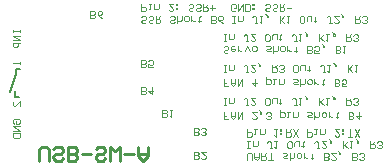
<source format=gbo>
G04*
G04 #@! TF.GenerationSoftware,Altium Limited,Altium Designer,24.1.2 (44)*
G04*
G04 Layer_Color=13813960*
%FSLAX25Y25*%
%MOIN*%
G70*
G04*
G04 #@! TF.SameCoordinates,0CAF7D85-E977-4B9D-9D86-D71ED8E1370B*
G04*
G04*
G04 #@! TF.FilePolarity,Positive*
G04*
G01*
G75*
%ADD12C,0.00591*%
%ADD13C,0.00472*%
%ADD61C,0.00866*%
D12*
X4301Y24928D02*
X5679D01*
X4498Y34174D02*
X5876D01*
X2589Y26509D02*
X4498Y32546D01*
Y34174D01*
X4301Y24928D02*
Y26909D01*
D13*
X75275Y39852D02*
X74882Y39458D01*
X74094D01*
X73701Y39852D01*
Y40245D01*
X74094Y40639D01*
X74882D01*
X75275Y41032D01*
Y41426D01*
X74882Y41820D01*
X74094D01*
X73701Y41426D01*
X77243Y41820D02*
X76456D01*
X76062Y41426D01*
Y40639D01*
X76456Y40245D01*
X77243D01*
X77636Y40639D01*
Y41032D01*
X76062D01*
X78424Y40245D02*
Y41820D01*
Y41032D01*
X78817Y40639D01*
X79211Y40245D01*
X79604D01*
X80785D02*
X81572Y41820D01*
X82359Y40245D01*
X83540Y41820D02*
X84327D01*
X84721Y41426D01*
Y40639D01*
X84327Y40245D01*
X83540D01*
X83147Y40639D01*
Y41426D01*
X83540Y41820D01*
X87869D02*
X89050D01*
X89444Y41426D01*
X89050Y41032D01*
X88263D01*
X87869Y40639D01*
X88263Y40245D01*
X89444D01*
X90231Y39458D02*
Y41820D01*
Y40639D01*
X90624Y40245D01*
X91412D01*
X91805Y40639D01*
Y41820D01*
X92986D02*
X93773D01*
X94167Y41426D01*
Y40639D01*
X93773Y40245D01*
X92986D01*
X92592Y40639D01*
Y41426D01*
X92986Y41820D01*
X94954Y40245D02*
Y41820D01*
Y41032D01*
X95347Y40639D01*
X95741Y40245D01*
X96135D01*
X97709Y39852D02*
Y40245D01*
X97315D01*
X98102D01*
X97709D01*
Y41426D01*
X98102Y41820D01*
X101645Y39458D02*
Y41820D01*
X102825D01*
X103219Y41426D01*
Y41032D01*
X102825Y40639D01*
X101645D01*
X102825D01*
X103219Y40245D01*
Y39852D01*
X102825Y39458D01*
X101645D01*
X105580D02*
X104006D01*
Y40639D01*
X104793Y40245D01*
X105187D01*
X105580Y40639D01*
Y41426D01*
X105187Y41820D01*
X104400D01*
X104006Y41426D01*
X106761Y42213D02*
X107155Y41820D01*
Y41426D01*
X106761D01*
Y41820D01*
X107155D01*
X106761Y42213D01*
X106367Y42607D01*
X111090Y39458D02*
Y41820D01*
X112271D01*
X112665Y41426D01*
Y41032D01*
X112271Y40639D01*
X111090D01*
X112271D01*
X112665Y40245D01*
Y39852D01*
X112271Y39458D01*
X111090D01*
X113452Y41820D02*
X114239D01*
X113845D01*
Y39458D01*
X113452Y39852D01*
X73701Y43426D02*
X74488D01*
X74094D01*
Y45787D01*
X73701D01*
X74488D01*
X75669D02*
Y44213D01*
X76849D01*
X77243Y44607D01*
Y45787D01*
X81966Y43426D02*
X81179D01*
X81572D01*
Y45394D01*
X81179Y45787D01*
X80785D01*
X80392Y45394D01*
X84327Y45787D02*
X82753D01*
X84327Y44213D01*
Y43819D01*
X83934Y43426D01*
X83147D01*
X82753Y43819D01*
X88657Y43426D02*
X87869D01*
X87476Y43819D01*
Y45394D01*
X87869Y45787D01*
X88657D01*
X89050Y45394D01*
Y43819D01*
X88657Y43426D01*
X89837Y44213D02*
Y45394D01*
X90231Y45787D01*
X91412D01*
Y44213D01*
X92592Y43819D02*
Y44213D01*
X92199D01*
X92986D01*
X92592D01*
Y45394D01*
X92986Y45787D01*
X98102Y43426D02*
X97315D01*
X97709D01*
Y45394D01*
X97315Y45787D01*
X96922D01*
X96528Y45394D01*
X98889Y45787D02*
X99677D01*
X99283D01*
Y43426D01*
X98889Y43819D01*
X101251Y46181D02*
X101645Y45787D01*
Y45394D01*
X101251D01*
Y45787D01*
X101645D01*
X101251Y46181D01*
X100857Y46574D01*
X105580Y43426D02*
Y45787D01*
Y45000D01*
X107155Y43426D01*
X105974Y44607D01*
X107155Y45787D01*
X107942D02*
X108729D01*
X108335D01*
Y43426D01*
X107942Y43819D01*
X110303Y46181D02*
X110697Y45787D01*
Y45394D01*
X110303D01*
Y45787D01*
X110697D01*
X110303Y46181D01*
X109909Y46574D01*
X114632Y45787D02*
Y43426D01*
X115813D01*
X116207Y43819D01*
Y44607D01*
X115813Y45000D01*
X114632D01*
X115420D02*
X116207Y45787D01*
X116994Y43819D02*
X117387Y43426D01*
X118175D01*
X118568Y43819D01*
Y44213D01*
X118175Y44607D01*
X117781D01*
X118175D01*
X118568Y45000D01*
Y45394D01*
X118175Y45787D01*
X117387D01*
X116994Y45394D01*
X75275Y28435D02*
X73701D01*
Y29616D01*
X74488D01*
X73701D01*
Y30797D01*
X76062D02*
Y29222D01*
X76849Y28435D01*
X77636Y29222D01*
Y30797D01*
Y29616D01*
X76062D01*
X78424Y30797D02*
Y28435D01*
X79998Y30797D01*
Y28435D01*
X84327Y30797D02*
Y28435D01*
X83147Y29616D01*
X84721D01*
X87869Y31584D02*
Y29222D01*
X89050D01*
X89444Y29616D01*
Y30403D01*
X89050Y30797D01*
X87869D01*
X90231D02*
X91018D01*
X90624D01*
Y29222D01*
X90231D01*
X92199Y30797D02*
Y29222D01*
X93379D01*
X93773Y29616D01*
Y30797D01*
X96922D02*
X98102D01*
X98496Y30403D01*
X98102Y30010D01*
X97315D01*
X96922Y29616D01*
X97315Y29222D01*
X98496D01*
X99283Y28435D02*
Y30797D01*
Y29616D01*
X99677Y29222D01*
X100464D01*
X100857Y29616D01*
Y30797D01*
X102038D02*
X102825D01*
X103219Y30403D01*
Y29616D01*
X102825Y29222D01*
X102038D01*
X101645Y29616D01*
Y30403D01*
X102038Y30797D01*
X104006Y29222D02*
Y30797D01*
Y30010D01*
X104400Y29616D01*
X104793Y29222D01*
X105187D01*
X106761Y28829D02*
Y29222D01*
X106367D01*
X107155D01*
X106761D01*
Y30403D01*
X107155Y30797D01*
X110697Y28435D02*
Y30797D01*
X111877D01*
X112271Y30403D01*
Y30010D01*
X111877Y29616D01*
X110697D01*
X111877D01*
X112271Y29222D01*
Y28829D01*
X111877Y28435D01*
X110697D01*
X114632D02*
X113058D01*
Y29616D01*
X113845Y29222D01*
X114239D01*
X114632Y29616D01*
Y30403D01*
X114239Y30797D01*
X113452D01*
X113058Y30403D01*
X73701Y33190D02*
X74488D01*
X74094D01*
Y35551D01*
X73701D01*
X74488D01*
X75669D02*
Y33977D01*
X76849D01*
X77243Y34371D01*
Y35551D01*
X81966Y33190D02*
X81179D01*
X81572D01*
Y35158D01*
X81179Y35551D01*
X80785D01*
X80392Y35158D01*
X84327Y35551D02*
X82753D01*
X84327Y33977D01*
Y33584D01*
X83934Y33190D01*
X83147D01*
X82753Y33584D01*
X85508Y35945D02*
X85902Y35551D01*
Y35158D01*
X85508D01*
Y35551D01*
X85902D01*
X85508Y35945D01*
X85114Y36339D01*
X89837Y35551D02*
Y33190D01*
X91018D01*
X91412Y33584D01*
Y34371D01*
X91018Y34764D01*
X89837D01*
X90624D02*
X91412Y35551D01*
X92199Y33584D02*
X92592Y33190D01*
X93379D01*
X93773Y33584D01*
Y33977D01*
X93379Y34371D01*
X92986D01*
X93379D01*
X93773Y34764D01*
Y35158D01*
X93379Y35551D01*
X92592D01*
X92199Y35158D01*
X98102Y33190D02*
X97315D01*
X96922Y33584D01*
Y35158D01*
X97315Y35551D01*
X98102D01*
X98496Y35158D01*
Y33584D01*
X98102Y33190D01*
X99283Y33977D02*
Y35158D01*
X99677Y35551D01*
X100857D01*
Y33977D01*
X102038Y33584D02*
Y33977D01*
X101645D01*
X102432D01*
X102038D01*
Y35158D01*
X102432Y35551D01*
X107548Y33190D02*
X106761D01*
X107155D01*
Y35158D01*
X106761Y35551D01*
X106367D01*
X105974Y35158D01*
X108335Y35551D02*
X109122D01*
X108729D01*
Y33190D01*
X108335Y33584D01*
X110697Y35945D02*
X111090Y35551D01*
Y35158D01*
X110697D01*
Y35551D01*
X111090D01*
X110697Y35945D01*
X110303Y36339D01*
X115026Y33190D02*
Y35551D01*
Y34764D01*
X116600Y33190D01*
X115419Y34371D01*
X116600Y35551D01*
X117387D02*
X118175D01*
X117781D01*
Y33190D01*
X117387Y33584D01*
X47913Y49891D02*
X47519Y49498D01*
X46732D01*
X46339Y49891D01*
Y50285D01*
X46732Y50678D01*
X47519D01*
X47913Y51072D01*
Y51466D01*
X47519Y51859D01*
X46732D01*
X46339Y51466D01*
X50274Y49891D02*
X49881Y49498D01*
X49094D01*
X48700Y49891D01*
Y50285D01*
X49094Y50678D01*
X49881D01*
X50274Y51072D01*
Y51466D01*
X49881Y51859D01*
X49094D01*
X48700Y51466D01*
X51061Y51859D02*
Y49498D01*
X52242D01*
X52636Y49891D01*
Y50678D01*
X52242Y51072D01*
X51061D01*
X51849D02*
X52636Y51859D01*
X57359Y49891D02*
X56965Y49498D01*
X56178D01*
X55784Y49891D01*
Y50285D01*
X56178Y50678D01*
X56965D01*
X57359Y51072D01*
Y51466D01*
X56965Y51859D01*
X56178D01*
X55784Y51466D01*
X58146Y49498D02*
Y51859D01*
Y50678D01*
X58539Y50285D01*
X59326D01*
X59720Y50678D01*
Y51859D01*
X60901D02*
X61688D01*
X62081Y51466D01*
Y50678D01*
X61688Y50285D01*
X60901D01*
X60507Y50678D01*
Y51466D01*
X60901Y51859D01*
X62869Y50285D02*
Y51859D01*
Y51072D01*
X63262Y50678D01*
X63656Y50285D01*
X64049D01*
X65624Y49891D02*
Y50285D01*
X65230D01*
X66017D01*
X65624D01*
Y51466D01*
X66017Y51859D01*
X69559Y49498D02*
Y51859D01*
X70740D01*
X71134Y51466D01*
Y51072D01*
X70740Y50678D01*
X69559D01*
X70740D01*
X71134Y50285D01*
Y49891D01*
X70740Y49498D01*
X69559D01*
X73495D02*
X72708Y49891D01*
X71921Y50678D01*
Y51466D01*
X72314Y51859D01*
X73102D01*
X73495Y51466D01*
Y51072D01*
X73102Y50678D01*
X71921D01*
X76644Y49498D02*
X77431D01*
X77037D01*
Y51859D01*
X76644D01*
X77431D01*
X78612D02*
Y50285D01*
X79792D01*
X80186Y50678D01*
Y51859D01*
X84909Y49498D02*
X84122D01*
X84515D01*
Y51466D01*
X84122Y51859D01*
X83728D01*
X83334Y51466D01*
X85696Y51859D02*
X86483D01*
X86089D01*
Y49498D01*
X85696Y49891D01*
X88057Y52253D02*
X88451Y51859D01*
Y51466D01*
X88057D01*
Y51859D01*
X88451D01*
X88057Y52253D01*
X87664Y52646D01*
X92387Y49498D02*
Y51859D01*
Y51072D01*
X93961Y49498D01*
X92780Y50678D01*
X93961Y51859D01*
X94748D02*
X95535D01*
X95142D01*
Y49498D01*
X94748Y49891D01*
X100258Y49498D02*
X99471D01*
X99077Y49891D01*
Y51466D01*
X99471Y51859D01*
X100258D01*
X100652Y51466D01*
Y49891D01*
X100258Y49498D01*
X101439Y50285D02*
Y51466D01*
X101832Y51859D01*
X103013D01*
Y50285D01*
X104194Y49891D02*
Y50285D01*
X103800D01*
X104587D01*
X104194D01*
Y51466D01*
X104587Y51859D01*
X109704Y49498D02*
X108917D01*
X109310D01*
Y51466D01*
X108917Y51859D01*
X108523D01*
X108130Y51466D01*
X112065Y51859D02*
X110491D01*
X112065Y50285D01*
Y49891D01*
X111672Y49498D01*
X110885D01*
X110491Y49891D01*
X113246Y52253D02*
X113640Y51859D01*
Y51466D01*
X113246D01*
Y51859D01*
X113640D01*
X113246Y52253D01*
X112852Y52646D01*
X117575Y51859D02*
Y49498D01*
X118756D01*
X119150Y49891D01*
Y50678D01*
X118756Y51072D01*
X117575D01*
X118362D02*
X119150Y51859D01*
X119937Y49891D02*
X120330Y49498D01*
X121117D01*
X121511Y49891D01*
Y50285D01*
X121117Y50678D01*
X120724D01*
X121117D01*
X121511Y51072D01*
Y51466D01*
X121117Y51859D01*
X120330D01*
X119937Y51466D01*
X46339Y55827D02*
Y53465D01*
X47519D01*
X47913Y53859D01*
Y54646D01*
X47519Y55040D01*
X46339D01*
X48700Y55827D02*
X49487D01*
X49094D01*
Y54252D01*
X48700D01*
X50668Y55827D02*
Y54252D01*
X51849D01*
X52242Y54646D01*
Y55827D01*
X56965D02*
X55391D01*
X56965Y54252D01*
Y53859D01*
X56572Y53465D01*
X55784D01*
X55391Y53859D01*
X57752Y54252D02*
X58146D01*
Y54646D01*
X57752D01*
Y54252D01*
Y55433D02*
X58146D01*
Y55827D01*
X57752D01*
Y55433D01*
X63656Y53859D02*
X63262Y53465D01*
X62475D01*
X62081Y53859D01*
Y54252D01*
X62475Y54646D01*
X63262D01*
X63656Y55040D01*
Y55433D01*
X63262Y55827D01*
X62475D01*
X62081Y55433D01*
X66017Y53859D02*
X65624Y53465D01*
X64837D01*
X64443Y53859D01*
Y54252D01*
X64837Y54646D01*
X65624D01*
X66017Y55040D01*
Y55433D01*
X65624Y55827D01*
X64837D01*
X64443Y55433D01*
X66804Y55827D02*
Y53465D01*
X67985D01*
X68379Y53859D01*
Y54646D01*
X67985Y55040D01*
X66804D01*
X67592D02*
X68379Y55827D01*
X69166Y54646D02*
X70740D01*
X69953Y53859D02*
Y55433D01*
X77824Y53859D02*
X77431Y53465D01*
X76644D01*
X76250Y53859D01*
Y55433D01*
X76644Y55827D01*
X77431D01*
X77824Y55433D01*
Y54646D01*
X77037D01*
X78612Y55827D02*
Y53465D01*
X80186Y55827D01*
Y53465D01*
X80973D02*
Y55827D01*
X82154D01*
X82547Y55433D01*
Y53859D01*
X82154Y53465D01*
X80973D01*
X83334Y54252D02*
X83728D01*
Y54646D01*
X83334D01*
Y54252D01*
Y55433D02*
X83728D01*
Y55827D01*
X83334D01*
Y55433D01*
X89238Y53859D02*
X88845Y53465D01*
X88057D01*
X87664Y53859D01*
Y54252D01*
X88057Y54646D01*
X88845D01*
X89238Y55040D01*
Y55433D01*
X88845Y55827D01*
X88057D01*
X87664Y55433D01*
X91600Y53859D02*
X91206Y53465D01*
X90419D01*
X90025Y53859D01*
Y54252D01*
X90419Y54646D01*
X91206D01*
X91600Y55040D01*
Y55433D01*
X91206Y55827D01*
X90419D01*
X90025Y55433D01*
X92387Y55827D02*
Y53465D01*
X93567D01*
X93961Y53859D01*
Y54646D01*
X93567Y55040D01*
X92387D01*
X93174D02*
X93961Y55827D01*
X94748Y54646D02*
X96322D01*
X75275Y17412D02*
X73701D01*
Y18592D01*
X74488D01*
X73701D01*
Y19773D01*
X76062D02*
Y18199D01*
X76849Y17412D01*
X77636Y18199D01*
Y19773D01*
Y18592D01*
X76062D01*
X78424Y19773D02*
Y17412D01*
X79998Y19773D01*
Y17412D01*
X84721Y19773D02*
X83147D01*
X84721Y18199D01*
Y17805D01*
X84327Y17412D01*
X83540D01*
X83147Y17805D01*
X85902Y20167D02*
X86295Y19773D01*
Y19379D01*
X85902D01*
Y19773D01*
X86295D01*
X85902Y20167D01*
X85508Y20560D01*
X87869Y17805D02*
X88263Y17412D01*
X89050D01*
X89444Y17805D01*
Y18199D01*
X89050Y18592D01*
X88657D01*
X89050D01*
X89444Y18986D01*
Y19379D01*
X89050Y19773D01*
X88263D01*
X87869Y19379D01*
X92592Y20560D02*
Y18199D01*
X93773D01*
X94167Y18592D01*
Y19379D01*
X93773Y19773D01*
X92592D01*
X94954D02*
X95741D01*
X95347D01*
Y18199D01*
X94954D01*
X96922Y19773D02*
Y18199D01*
X98102D01*
X98496Y18592D01*
Y19773D01*
X101645D02*
X102825D01*
X103219Y19379D01*
X102825Y18986D01*
X102038D01*
X101645Y18592D01*
X102038Y18199D01*
X103219D01*
X104006Y17412D02*
Y19773D01*
Y18592D01*
X104400Y18199D01*
X105187D01*
X105580Y18592D01*
Y19773D01*
X106761D02*
X107548D01*
X107942Y19379D01*
Y18592D01*
X107548Y18199D01*
X106761D01*
X106367Y18592D01*
Y19379D01*
X106761Y19773D01*
X108729Y18199D02*
Y19773D01*
Y18986D01*
X109122Y18592D01*
X109516Y18199D01*
X109909D01*
X111484Y17805D02*
Y18199D01*
X111090D01*
X111877D01*
X111484D01*
Y19379D01*
X111877Y19773D01*
X115420Y17412D02*
Y19773D01*
X116600D01*
X116994Y19379D01*
Y18986D01*
X116600Y18592D01*
X115420D01*
X116600D01*
X116994Y18199D01*
Y17805D01*
X116600Y17412D01*
X115420D01*
X118962Y19773D02*
Y17412D01*
X117781Y18592D01*
X119355D01*
X73701Y22166D02*
X74488D01*
X74094D01*
Y24528D01*
X73701D01*
X74488D01*
X75669D02*
Y22953D01*
X76849D01*
X77243Y23347D01*
Y24528D01*
X81966Y22166D02*
X81179D01*
X81572D01*
Y24134D01*
X81179Y24528D01*
X80785D01*
X80392Y24134D01*
X84327Y24528D02*
X82753D01*
X84327Y22953D01*
Y22560D01*
X83934Y22166D01*
X83147D01*
X82753Y22560D01*
X88657Y22166D02*
X87869D01*
X87476Y22560D01*
Y24134D01*
X87869Y24528D01*
X88657D01*
X89050Y24134D01*
Y22560D01*
X88657Y22166D01*
X89837Y22953D02*
Y24134D01*
X90231Y24528D01*
X91412D01*
Y22953D01*
X92592Y22560D02*
Y22953D01*
X92199D01*
X92986D01*
X92592D01*
Y24134D01*
X92986Y24528D01*
X98102Y22166D02*
X97315D01*
X97709D01*
Y24134D01*
X97315Y24528D01*
X96922D01*
X96528Y24134D01*
X98889Y24528D02*
X99677D01*
X99283D01*
Y22166D01*
X98889Y22560D01*
X101251Y24921D02*
X101645Y24528D01*
Y24134D01*
X101251D01*
Y24528D01*
X101645D01*
X101251Y24921D01*
X100857Y25315D01*
X105580Y22166D02*
Y24528D01*
Y23741D01*
X107155Y22166D01*
X105974Y23347D01*
X107155Y24528D01*
X107942D02*
X108729D01*
X108335D01*
Y22166D01*
X107942Y22560D01*
X110303Y24921D02*
X110697Y24528D01*
Y24134D01*
X110303D01*
Y24528D01*
X110697D01*
X110303Y24921D01*
X109909Y25315D01*
X114632Y24528D02*
Y22166D01*
X115813D01*
X116207Y22560D01*
Y23347D01*
X115813Y23741D01*
X114632D01*
X115419D02*
X116207Y24528D01*
X116994Y22560D02*
X117387Y22166D01*
X118175D01*
X118568Y22560D01*
Y22953D01*
X118175Y23347D01*
X117781D01*
X118175D01*
X118568Y23741D01*
Y24134D01*
X118175Y24528D01*
X117387D01*
X116994Y24134D01*
X81575Y3798D02*
Y5766D01*
X81968Y6159D01*
X82756D01*
X83149Y5766D01*
Y3798D01*
X83936Y6159D02*
Y4585D01*
X84724Y3798D01*
X85511Y4585D01*
Y6159D01*
Y4979D01*
X83936D01*
X86298Y6159D02*
Y3798D01*
X87479D01*
X87872Y4191D01*
Y4979D01*
X87479Y5372D01*
X86298D01*
X87085D02*
X87872Y6159D01*
X88659Y3798D02*
X90234D01*
X89446D01*
Y6159D01*
X93382D02*
X94563D01*
X94956Y5766D01*
X94563Y5372D01*
X93776D01*
X93382Y4979D01*
X93776Y4585D01*
X94956D01*
X95744Y3798D02*
Y6159D01*
Y4979D01*
X96137Y4585D01*
X96924D01*
X97318Y4979D01*
Y6159D01*
X98499D02*
X99286D01*
X99679Y5766D01*
Y4979D01*
X99286Y4585D01*
X98499D01*
X98105Y4979D01*
Y5766D01*
X98499Y6159D01*
X100467Y4585D02*
Y6159D01*
Y5372D01*
X100860Y4979D01*
X101254Y4585D01*
X101647D01*
X103221Y4191D02*
Y4585D01*
X102828D01*
X103615D01*
X103221D01*
Y5766D01*
X103615Y6159D01*
X107157Y3798D02*
Y6159D01*
X108338D01*
X108731Y5766D01*
Y5372D01*
X108338Y4979D01*
X107157D01*
X108338D01*
X108731Y4585D01*
Y4191D01*
X108338Y3798D01*
X107157D01*
X111093Y6159D02*
X109519D01*
X111093Y4585D01*
Y4191D01*
X110699Y3798D01*
X109912D01*
X109519Y4191D01*
X112274Y6553D02*
X112667Y6159D01*
Y5766D01*
X112274D01*
Y6159D01*
X112667D01*
X112274Y6553D01*
X111880Y6946D01*
X116603Y3798D02*
Y6159D01*
X117784D01*
X118177Y5766D01*
Y5372D01*
X117784Y4979D01*
X116603D01*
X117784D01*
X118177Y4585D01*
Y4191D01*
X117784Y3798D01*
X116603D01*
X118964Y4191D02*
X119358Y3798D01*
X120145D01*
X120539Y4191D01*
Y4585D01*
X120145Y4979D01*
X119752D01*
X120145D01*
X120539Y5372D01*
Y5766D01*
X120145Y6159D01*
X119358D01*
X118964Y5766D01*
X81575Y7766D02*
X82362D01*
X81968D01*
Y10127D01*
X81575D01*
X82362D01*
X83543D02*
Y8553D01*
X84724D01*
X85117Y8946D01*
Y10127D01*
X89840Y7766D02*
X89053D01*
X89446D01*
Y9733D01*
X89053Y10127D01*
X88659D01*
X88266Y9733D01*
X90627Y10127D02*
X91414D01*
X91021D01*
Y7766D01*
X90627Y8159D01*
X96137Y7766D02*
X95350D01*
X94956Y8159D01*
Y9733D01*
X95350Y10127D01*
X96137D01*
X96531Y9733D01*
Y8159D01*
X96137Y7766D01*
X97318Y8553D02*
Y9733D01*
X97711Y10127D01*
X98892D01*
Y8553D01*
X100073Y8159D02*
Y8553D01*
X99679D01*
X100467D01*
X100073D01*
Y9733D01*
X100467Y10127D01*
X105583Y7766D02*
X104796D01*
X105189D01*
Y9733D01*
X104796Y10127D01*
X104402D01*
X104009Y9733D01*
X107944Y10127D02*
X106370D01*
X107944Y8553D01*
Y8159D01*
X107551Y7766D01*
X106764D01*
X106370Y8159D01*
X109125Y10520D02*
X109519Y10127D01*
Y9733D01*
X109125D01*
Y10127D01*
X109519D01*
X109125Y10520D01*
X108731Y10914D01*
X113454Y7766D02*
Y10127D01*
Y9340D01*
X115029Y7766D01*
X113848Y8946D01*
X115029Y10127D01*
X115816D02*
X116603D01*
X116209D01*
Y7766D01*
X115816Y8159D01*
X118177Y10520D02*
X118571Y10127D01*
Y9733D01*
X118177D01*
Y10127D01*
X118571D01*
X118177Y10520D01*
X117784Y10914D01*
X122507Y10127D02*
Y7766D01*
X123687D01*
X124081Y8159D01*
Y8946D01*
X123687Y9340D01*
X122507D01*
X123294D02*
X124081Y10127D01*
X124868Y8159D02*
X125262Y7766D01*
X126049D01*
X126442Y8159D01*
Y8553D01*
X126049Y8946D01*
X125655D01*
X126049D01*
X126442Y9340D01*
Y9733D01*
X126049Y10127D01*
X125262D01*
X124868Y9733D01*
X81575Y14095D02*
Y11733D01*
X82756D01*
X83149Y12127D01*
Y12914D01*
X82756Y13307D01*
X81575D01*
X83936Y14095D02*
X84724D01*
X84330D01*
Y12520D01*
X83936D01*
X85904Y14095D02*
Y12520D01*
X87085D01*
X87479Y12914D01*
Y14095D01*
X90627D02*
X91414D01*
X91021D01*
Y11733D01*
X90627Y12127D01*
X92595Y12520D02*
X92989D01*
Y12914D01*
X92595D01*
Y12520D01*
Y13701D02*
X92989D01*
Y14095D01*
X92595D01*
Y13701D01*
X94563Y14095D02*
Y11733D01*
X95744D01*
X96137Y12127D01*
Y12914D01*
X95744Y13307D01*
X94563D01*
X95350D02*
X96137Y14095D01*
X96924Y11733D02*
X98499Y14095D01*
Y11733D02*
X96924Y14095D01*
X101647D02*
Y11733D01*
X102828D01*
X103221Y12127D01*
Y12914D01*
X102828Y13307D01*
X101647D01*
X104009Y14095D02*
X104796D01*
X104402D01*
Y12520D01*
X104009D01*
X105976Y14095D02*
Y12520D01*
X107157D01*
X107551Y12914D01*
Y14095D01*
X112274D02*
X110699D01*
X112274Y12520D01*
Y12127D01*
X111880Y11733D01*
X111093D01*
X110699Y12127D01*
X113061Y12520D02*
X113454D01*
Y12914D01*
X113061D01*
Y12520D01*
Y13701D02*
X113454D01*
Y14095D01*
X113061D01*
Y13701D01*
X115029Y11733D02*
X116603D01*
X115816D01*
Y14095D01*
X117390Y11733D02*
X118964Y14095D01*
Y11733D02*
X117390Y14095D01*
X5827Y21969D02*
Y23543D01*
X4253Y21969D01*
X3859D01*
X3465Y22363D01*
Y23150D01*
X3859Y23543D01*
X3465Y47362D02*
Y46575D01*
Y46969D01*
X5827D01*
Y47362D01*
Y46575D01*
Y45394D02*
X3465D01*
X5827Y43820D01*
X3465D01*
X5827Y43033D02*
X3465D01*
Y41852D01*
X3859Y41459D01*
X4646D01*
X5040Y41852D01*
Y43033D01*
X3859Y16022D02*
X3465Y16416D01*
Y17203D01*
X3859Y17596D01*
X5433D01*
X5827Y17203D01*
Y16416D01*
X5433Y16022D01*
X4646D01*
Y16809D01*
X5827Y15235D02*
X3465D01*
X5827Y13661D01*
X3465D01*
Y12874D02*
X5827D01*
Y11693D01*
X5433Y11299D01*
X3859D01*
X3465Y11693D01*
Y12874D01*
X5827Y36535D02*
Y35748D01*
Y36142D01*
X3465D01*
X3859Y36535D01*
X63776Y4338D02*
X63784Y6699D01*
X64965Y6695D01*
X65357Y6300D01*
X65356Y5907D01*
X64961Y5514D01*
X63780Y5519D01*
X64961Y5514D01*
X65353Y5120D01*
X65352Y4726D01*
X64957Y4334D01*
X63776Y4338D01*
X67720Y6686D02*
X66146Y6691D01*
X67715Y5111D01*
X67713Y4718D01*
X67318Y4326D01*
X66531Y4328D01*
X66139Y4723D01*
X63780Y14567D02*
Y12205D01*
X64961D01*
X65355Y12599D01*
Y12992D01*
X64961Y13386D01*
X63780D01*
X64961D01*
X65355Y13779D01*
Y14173D01*
X64961Y14567D01*
X63780D01*
X66142Y14173D02*
X66535Y14567D01*
X67322D01*
X67716Y14173D01*
Y13779D01*
X67322Y13386D01*
X66929D01*
X67322D01*
X67716Y12992D01*
Y12599D01*
X67322Y12205D01*
X66535D01*
X66142Y12599D01*
X53347Y18307D02*
Y20669D01*
X54528D01*
X54921Y20275D01*
Y19882D01*
X54528Y19488D01*
X53347D01*
X54528D01*
X54921Y19095D01*
Y18701D01*
X54528Y18307D01*
X53347D01*
X55708Y20669D02*
X56496D01*
X56102D01*
Y18307D01*
X55708Y18701D01*
X46260Y25788D02*
Y28149D01*
X47441D01*
X47835Y27756D01*
Y27362D01*
X47441Y26969D01*
X46260D01*
X47441D01*
X47835Y26575D01*
Y26181D01*
X47441Y25788D01*
X46260D01*
X49803Y28149D02*
Y25788D01*
X48622Y26969D01*
X50196D01*
X46260Y34843D02*
Y37204D01*
X47441D01*
X47835Y36811D01*
Y36417D01*
X47441Y36024D01*
X46260D01*
X47441D01*
X47835Y35630D01*
Y35236D01*
X47441Y34843D01*
X46260D01*
X50196D02*
X48622D01*
Y36024D01*
X49409Y35630D01*
X49803D01*
X50196Y36024D01*
Y36811D01*
X49803Y37204D01*
X49016D01*
X48622Y36811D01*
X29331Y51182D02*
Y53543D01*
X30512D01*
X30906Y53149D01*
Y52756D01*
X30512Y52362D01*
X29331D01*
X30512D01*
X30906Y51969D01*
Y51575D01*
X30512Y51182D01*
X29331D01*
X33267D02*
X32480Y51575D01*
X31693Y52362D01*
Y53149D01*
X32086Y53543D01*
X32873D01*
X33267Y53149D01*
Y52756D01*
X32873Y52362D01*
X31693D01*
D61*
X12284Y3663D02*
Y7599D01*
X13071Y8386D01*
X14645D01*
X15432Y7599D01*
Y3663D01*
X20155Y4450D02*
X19368Y3663D01*
X17794D01*
X17006Y4450D01*
Y5237D01*
X17794Y6024D01*
X19368D01*
X20155Y6812D01*
Y7599D01*
X19368Y8386D01*
X17794D01*
X17006Y7599D01*
X21729Y3663D02*
Y8386D01*
X24091D01*
X24878Y7599D01*
Y6812D01*
X24091Y6024D01*
X21729D01*
X24091D01*
X24878Y5237D01*
Y4450D01*
X24091Y3663D01*
X21729D01*
X26452Y6024D02*
X29601D01*
X34324Y4450D02*
X33536Y3663D01*
X31962D01*
X31175Y4450D01*
Y5237D01*
X31962Y6024D01*
X33536D01*
X34324Y6812D01*
Y7599D01*
X33536Y8386D01*
X31962D01*
X31175Y7599D01*
X35898Y3663D02*
Y8386D01*
X37472Y6812D01*
X39046Y8386D01*
Y3663D01*
X40621Y6024D02*
X43769D01*
X45344Y8386D02*
Y5237D01*
X46918Y3663D01*
X48492Y5237D01*
Y8386D01*
Y6024D01*
X45344D01*
M02*

</source>
